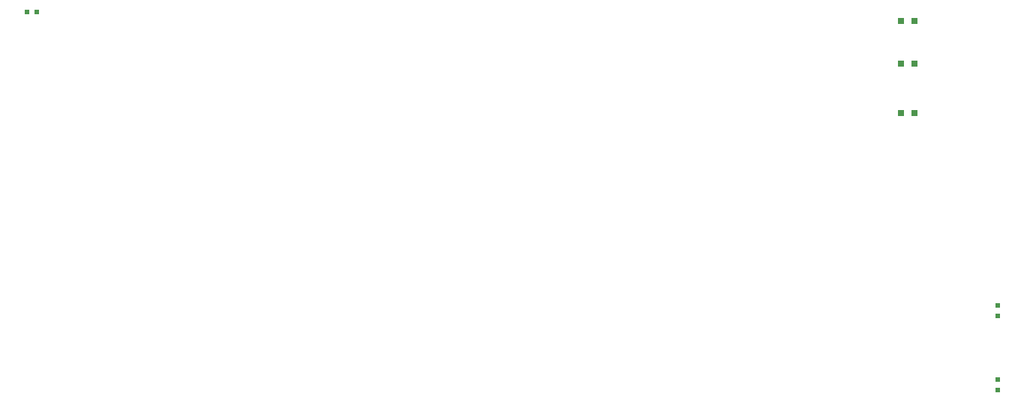
<source format=gbr>
G04 EAGLE Gerber RS-274X export*
G75*
%MOMM*%
%FSLAX34Y34*%
%LPD*%
%INSolderpaste Top*%
%IPPOS*%
%AMOC8*
5,1,8,0,0,1.08239X$1,22.5*%
G01*
%ADD10R,0.800000X0.800000*%
%ADD11R,0.508000X0.609600*%
%ADD12R,0.609600X0.508000*%


D10*
X1033900Y812800D03*
X1048900Y812800D03*
X1033900Y868680D03*
X1048900Y868680D03*
D11*
X1143000Y499872D03*
X1143000Y511048D03*
X1143000Y594868D03*
X1143000Y583692D03*
D10*
X1033900Y916940D03*
X1048900Y916940D03*
D12*
X47752Y927100D03*
X58928Y927100D03*
M02*

</source>
